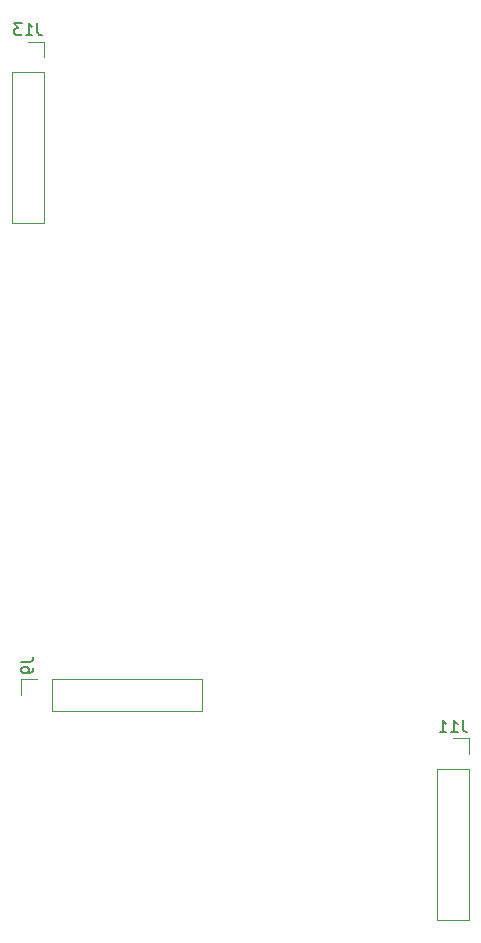
<source format=gbr>
%TF.GenerationSoftware,KiCad,Pcbnew,5.1.8*%
%TF.CreationDate,2020-12-05T20:57:14+00:00*%
%TF.ProjectId,oscillator_prototype,6f736369-6c6c-4617-946f-725f70726f74,rev?*%
%TF.SameCoordinates,Original*%
%TF.FileFunction,Legend,Bot*%
%TF.FilePolarity,Positive*%
%FSLAX46Y46*%
G04 Gerber Fmt 4.6, Leading zero omitted, Abs format (unit mm)*
G04 Created by KiCad (PCBNEW 5.1.8) date 2020-12-05 20:57:14*
%MOMM*%
%LPD*%
G01*
G04 APERTURE LIST*
%ADD10C,0.120000*%
%ADD11C,0.150000*%
G04 APERTURE END LIST*
D10*
%TO.C,J11*%
X84330000Y-121030000D02*
X81670000Y-121030000D01*
X84330000Y-108270000D02*
X84330000Y-121030000D01*
X81670000Y-108270000D02*
X81670000Y-121030000D01*
X84330000Y-108270000D02*
X81670000Y-108270000D01*
X84330000Y-107000000D02*
X84330000Y-105670000D01*
X84330000Y-105670000D02*
X83000000Y-105670000D01*
%TO.C,J9*%
X61780000Y-100670000D02*
X61780000Y-103330000D01*
X49020000Y-100670000D02*
X61780000Y-100670000D01*
X49020000Y-103330000D02*
X61780000Y-103330000D01*
X49020000Y-100670000D02*
X49020000Y-103330000D01*
X47750000Y-100670000D02*
X46420000Y-100670000D01*
X46420000Y-100670000D02*
X46420000Y-102000000D01*
%TO.C,J13*%
X48330000Y-46670000D02*
X47000000Y-46670000D01*
X48330000Y-48000000D02*
X48330000Y-46670000D01*
X48330000Y-49270000D02*
X45670000Y-49270000D01*
X45670000Y-49270000D02*
X45670000Y-62030000D01*
X48330000Y-49270000D02*
X48330000Y-62030000D01*
X48330000Y-62030000D02*
X45670000Y-62030000D01*
%TO.C,J11*%
D11*
X83809523Y-104122380D02*
X83809523Y-104836666D01*
X83857142Y-104979523D01*
X83952380Y-105074761D01*
X84095238Y-105122380D01*
X84190476Y-105122380D01*
X82809523Y-105122380D02*
X83380952Y-105122380D01*
X83095238Y-105122380D02*
X83095238Y-104122380D01*
X83190476Y-104265238D01*
X83285714Y-104360476D01*
X83380952Y-104408095D01*
X81857142Y-105122380D02*
X82428571Y-105122380D01*
X82142857Y-105122380D02*
X82142857Y-104122380D01*
X82238095Y-104265238D01*
X82333333Y-104360476D01*
X82428571Y-104408095D01*
%TO.C,J9*%
X46452380Y-99166666D02*
X47166666Y-99166666D01*
X47309523Y-99119047D01*
X47404761Y-99023809D01*
X47452380Y-98880952D01*
X47452380Y-98785714D01*
X47452380Y-99690476D02*
X47452380Y-99880952D01*
X47404761Y-99976190D01*
X47357142Y-100023809D01*
X47214285Y-100119047D01*
X47023809Y-100166666D01*
X46642857Y-100166666D01*
X46547619Y-100119047D01*
X46500000Y-100071428D01*
X46452380Y-99976190D01*
X46452380Y-99785714D01*
X46500000Y-99690476D01*
X46547619Y-99642857D01*
X46642857Y-99595238D01*
X46880952Y-99595238D01*
X46976190Y-99642857D01*
X47023809Y-99690476D01*
X47071428Y-99785714D01*
X47071428Y-99976190D01*
X47023809Y-100071428D01*
X46976190Y-100119047D01*
X46880952Y-100166666D01*
%TO.C,J13*%
X47809523Y-45122380D02*
X47809523Y-45836666D01*
X47857142Y-45979523D01*
X47952380Y-46074761D01*
X48095238Y-46122380D01*
X48190476Y-46122380D01*
X46809523Y-46122380D02*
X47380952Y-46122380D01*
X47095238Y-46122380D02*
X47095238Y-45122380D01*
X47190476Y-45265238D01*
X47285714Y-45360476D01*
X47380952Y-45408095D01*
X46476190Y-45122380D02*
X45857142Y-45122380D01*
X46190476Y-45503333D01*
X46047619Y-45503333D01*
X45952380Y-45550952D01*
X45904761Y-45598571D01*
X45857142Y-45693809D01*
X45857142Y-45931904D01*
X45904761Y-46027142D01*
X45952380Y-46074761D01*
X46047619Y-46122380D01*
X46333333Y-46122380D01*
X46428571Y-46074761D01*
X46476190Y-46027142D01*
%TD*%
M02*

</source>
